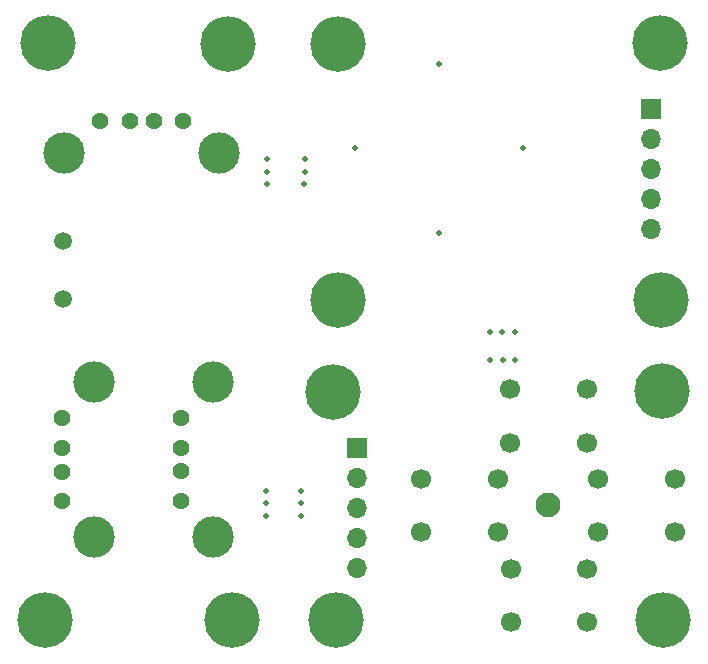
<source format=gbs>
%TF.GenerationSoftware,KiCad,Pcbnew,(5.1.9)-1*%
%TF.CreationDate,2021-07-20T01:30:18-07:00*%
%TF.ProjectId,retrocution-usb-hub,72657472-6f63-4757-9469-6f6e2d757362,rev?*%
%TF.SameCoordinates,Original*%
%TF.FileFunction,Soldermask,Bot*%
%TF.FilePolarity,Negative*%
%FSLAX46Y46*%
G04 Gerber Fmt 4.6, Leading zero omitted, Abs format (unit mm)*
G04 Created by KiCad (PCBNEW (5.1.9)-1) date 2021-07-20 01:30:18*
%MOMM*%
%LPD*%
G01*
G04 APERTURE LIST*
%ADD10C,0.500000*%
%ADD11C,2.100000*%
%ADD12C,3.100000*%
%ADD13C,4.700000*%
%ADD14C,0.460000*%
%ADD15C,1.700000*%
%ADD16O,1.700000X1.700000*%
%ADD17R,1.700000X1.700000*%
%ADD18C,1.500000*%
%ADD19C,1.431000*%
%ADD20C,3.495000*%
G04 APERTURE END LIST*
D10*
%TO.C,REF\u002A\u002A*%
X170007280Y-106105960D03*
X171074080Y-106105960D03*
X168965880Y-106080560D03*
%TD*%
%TO.C,REF\u002A\u002A*%
X169966640Y-103738680D03*
X171033440Y-103738680D03*
X168925240Y-103713280D03*
%TD*%
%TO.C,REF\u002A\u002A*%
X149961600Y-118237000D03*
X149961600Y-117170200D03*
X149936200Y-119278400D03*
%TD*%
%TO.C,REF\u002A\u002A*%
X152943560Y-118226840D03*
X152943560Y-117160040D03*
X152918160Y-119268240D03*
%TD*%
%TO.C,REF\u002A\u002A*%
X150078440Y-90154760D03*
X150078440Y-89087960D03*
X150053040Y-91196160D03*
%TD*%
%TO.C,REF\u002A\u002A*%
X153233120Y-90164920D03*
X153233120Y-89098120D03*
X153207720Y-91206320D03*
%TD*%
D11*
%TO.C,REF\u002A\u002A*%
X173868080Y-118389400D03*
%TD*%
D12*
%TO.C,REF\u002A\u002A*%
X131500880Y-79298800D03*
D13*
X131500880Y-79298800D03*
%TD*%
D12*
%TO.C,REF\u002A\u002A*%
X146776440Y-79324200D03*
D13*
X146776440Y-79324200D03*
%TD*%
D12*
%TO.C,REF\u002A\u002A*%
X156052520Y-79354680D03*
D13*
X156052520Y-79354680D03*
%TD*%
D12*
%TO.C,REF\u002A\u002A*%
X183388000Y-100980240D03*
D13*
X183388000Y-100980240D03*
%TD*%
D12*
%TO.C,REF\u002A\u002A*%
X183311800Y-79298800D03*
D13*
X183311800Y-79298800D03*
%TD*%
D12*
%TO.C,REF\u002A\u002A*%
X156072840Y-100980240D03*
D13*
X156072840Y-100980240D03*
%TD*%
%TO.C,REF\u002A\u002A*%
X155864560Y-128107440D03*
D12*
X155864560Y-128107440D03*
%TD*%
%TO.C,REF\u002A\u002A*%
X155666440Y-108818680D03*
D13*
X155666440Y-108818680D03*
%TD*%
D12*
%TO.C,REF\u002A\u002A*%
X183499760Y-108747560D03*
D13*
X183499760Y-108747560D03*
%TD*%
%TO.C,REF\u002A\u002A*%
X183591200Y-128102360D03*
D12*
X183591200Y-128102360D03*
%TD*%
%TO.C,REF\u002A\u002A*%
X147101560Y-128148080D03*
D13*
X147101560Y-128148080D03*
%TD*%
%TO.C,REF\u002A\u002A*%
X131226560Y-128127760D03*
D12*
X131226560Y-128127760D03*
%TD*%
D14*
%TO.C,U1*%
X171749720Y-88138000D03*
X164637720Y-95351600D03*
X157525720Y-88138000D03*
X164637720Y-81051400D03*
%TD*%
D15*
%TO.C,SW4*%
X177172760Y-128274200D03*
X170672760Y-128274200D03*
X177172760Y-123774200D03*
X170672760Y-123774200D03*
%TD*%
%TO.C,SW3*%
X178104800Y-116199920D03*
X184604800Y-116199920D03*
X178104800Y-120699920D03*
X184604800Y-120699920D03*
%TD*%
%TO.C,SW2*%
X177121960Y-113095160D03*
X170621960Y-113095160D03*
X177121960Y-108595160D03*
X170621960Y-108595160D03*
%TD*%
%TO.C,SW1*%
X169585640Y-120685560D03*
X163085640Y-120685560D03*
X169585640Y-116185560D03*
X163085640Y-116185560D03*
%TD*%
D16*
%TO.C,J5*%
X157652720Y-123667520D03*
X157652720Y-121127520D03*
X157652720Y-118587520D03*
X157652720Y-116047520D03*
D17*
X157652720Y-113507520D03*
%TD*%
D16*
%TO.C,J4*%
X182595520Y-95031560D03*
X182595520Y-92491560D03*
X182595520Y-89951560D03*
X182595520Y-87411560D03*
D17*
X182595520Y-84871560D03*
%TD*%
D18*
%TO.C,Y1*%
X132816600Y-100892000D03*
X132816600Y-96012000D03*
%TD*%
D19*
%TO.C,J3*%
X135957720Y-85880120D03*
X138457720Y-85880120D03*
X140457720Y-85880120D03*
X142957720Y-85880120D03*
D20*
X132887720Y-88590120D03*
X146027720Y-88590120D03*
%TD*%
D19*
%TO.C,J2*%
X142788640Y-118022760D03*
X142788640Y-115522760D03*
X142788640Y-113522760D03*
X142788640Y-111022760D03*
D20*
X145498640Y-121092760D03*
X145498640Y-107952760D03*
%TD*%
D19*
%TO.C,J1*%
X132689600Y-118043960D03*
X132689600Y-115543960D03*
X132689600Y-113543960D03*
X132689600Y-111043960D03*
D20*
X135399600Y-121113960D03*
X135399600Y-107973960D03*
%TD*%
M02*

</source>
